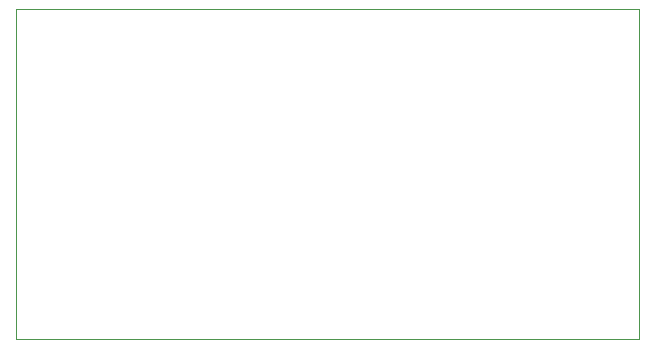
<source format=gbr>
%TF.GenerationSoftware,KiCad,Pcbnew,8.0.5*%
%TF.CreationDate,2024-10-27T11:23:10+01:00*%
%TF.ProjectId,hpdl display,6870646c-2064-4697-9370-6c61792e6b69,rev?*%
%TF.SameCoordinates,Original*%
%TF.FileFunction,Profile,NP*%
%FSLAX46Y46*%
G04 Gerber Fmt 4.6, Leading zero omitted, Abs format (unit mm)*
G04 Created by KiCad (PCBNEW 8.0.5) date 2024-10-27 11:23:10*
%MOMM*%
%LPD*%
G01*
G04 APERTURE LIST*
%TA.AperFunction,Profile*%
%ADD10C,0.050000*%
%TD*%
G04 APERTURE END LIST*
D10*
X131500000Y-72500000D02*
X184250000Y-72500000D01*
X184250000Y-100500000D01*
X131500000Y-100500000D01*
X131500000Y-72500000D01*
M02*

</source>
